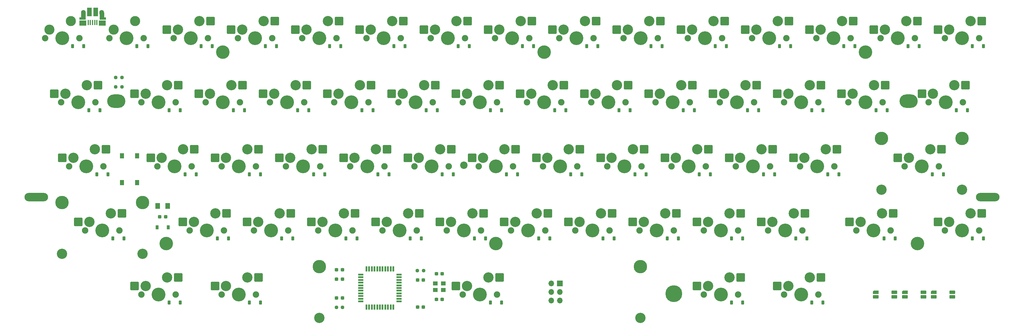
<source format=gbr>
%TF.GenerationSoftware,KiCad,Pcbnew,(6.0.1)*%
%TF.CreationDate,2022-02-05T13:44:02+09:00*%
%TF.ProjectId,yuiop60hh5,7975696f-7036-4306-9868-352e6b696361,5*%
%TF.SameCoordinates,Original*%
%TF.FileFunction,Soldermask,Bot*%
%TF.FilePolarity,Negative*%
%FSLAX46Y46*%
G04 Gerber Fmt 4.6, Leading zero omitted, Abs format (unit mm)*
G04 Created by KiCad (PCBNEW (6.0.1)) date 2022-02-05 13:44:02*
%MOMM*%
%LPD*%
G01*
G04 APERTURE LIST*
G04 Aperture macros list*
%AMRoundRect*
0 Rectangle with rounded corners*
0 $1 Rounding radius*
0 $2 $3 $4 $5 $6 $7 $8 $9 X,Y pos of 4 corners*
0 Add a 4 corners polygon primitive as box body*
4,1,4,$2,$3,$4,$5,$6,$7,$8,$9,$2,$3,0*
0 Add four circle primitives for the rounded corners*
1,1,$1+$1,$2,$3*
1,1,$1+$1,$4,$5*
1,1,$1+$1,$6,$7*
1,1,$1+$1,$8,$9*
0 Add four rect primitives between the rounded corners*
20,1,$1+$1,$2,$3,$4,$5,0*
20,1,$1+$1,$4,$5,$6,$7,0*
20,1,$1+$1,$6,$7,$8,$9,0*
20,1,$1+$1,$8,$9,$2,$3,0*%
%AMOutline5P*
0 Free polygon, 5 corners , with rotation*
0 The origin of the aperture is its center*
0 number of corners: always 5*
0 $1 to $10 corner X, Y*
0 $11 Rotation angle, in degrees counterclockwise*
0 create outline with 5 corners*
4,1,5,$1,$2,$3,$4,$5,$6,$7,$8,$9,$10,$1,$2,$11*%
%AMOutline6P*
0 Free polygon, 6 corners , with rotation*
0 The origin of the aperture is its center*
0 number of corners: always 6*
0 $1 to $12 corner X, Y*
0 $13 Rotation angle, in degrees counterclockwise*
0 create outline with 6 corners*
4,1,6,$1,$2,$3,$4,$5,$6,$7,$8,$9,$10,$11,$12,$1,$2,$13*%
%AMOutline7P*
0 Free polygon, 7 corners , with rotation*
0 The origin of the aperture is its center*
0 number of corners: always 7*
0 $1 to $14 corner X, Y*
0 $15 Rotation angle, in degrees counterclockwise*
0 create outline with 7 corners*
4,1,7,$1,$2,$3,$4,$5,$6,$7,$8,$9,$10,$11,$12,$13,$14,$1,$2,$15*%
%AMOutline8P*
0 Free polygon, 8 corners , with rotation*
0 The origin of the aperture is its center*
0 number of corners: always 8*
0 $1 to $16 corner X, Y*
0 $17 Rotation angle, in degrees counterclockwise*
0 create outline with 8 corners*
4,1,8,$1,$2,$3,$4,$5,$6,$7,$8,$9,$10,$11,$12,$13,$14,$15,$16,$1,$2,$17*%
G04 Aperture macros list end*
%ADD10RoundRect,0.200000X-0.650000X-0.300000X0.650000X-0.300000X0.650000X0.300000X-0.650000X0.300000X0*%
%ADD11Outline5P,-0.850000X0.170000X-0.520000X0.500000X0.850000X0.500000X0.850000X-0.500000X-0.850000X-0.500000X0.000000*%
%ADD12RoundRect,0.225000X-0.225000X-0.375000X0.225000X-0.375000X0.225000X0.375000X-0.225000X0.375000X0*%
%ADD13C,4.100000*%
%ADD14C,1.900000*%
%ADD15C,3.000000*%
%ADD16C,3.050000*%
%ADD17RoundRect,0.250000X-1.025000X-1.000000X1.025000X-1.000000X1.025000X1.000000X-1.025000X1.000000X0*%
%ADD18C,1.000000*%
%ADD19O,5.400000X4.000000*%
%ADD20C,5.000000*%
%ADD21C,2.200000*%
%ADD22O,7.000000X2.500000*%
%ADD23C,4.000000*%
%ADD24C,3.048000*%
%ADD25C,3.987800*%
%ADD26R,0.550000X1.500000*%
%ADD27R,1.500000X0.550000*%
%ADD28RoundRect,0.237500X0.300000X0.237500X-0.300000X0.237500X-0.300000X-0.237500X0.300000X-0.237500X0*%
%ADD29R,1.700000X1.700000*%
%ADD30O,1.700000X1.700000*%
%ADD31R,0.400000X1.650000*%
%ADD32R,2.000000X1.500000*%
%ADD33R,1.350000X2.000000*%
%ADD34R,1.430000X2.500000*%
%ADD35O,1.350000X1.700000*%
%ADD36O,1.100000X1.500000*%
%ADD37R,1.825000X0.700000*%
%ADD38R,1.300000X1.550000*%
%ADD39RoundRect,0.237500X0.250000X0.237500X-0.250000X0.237500X-0.250000X-0.237500X0.250000X-0.237500X0*%
%ADD40RoundRect,0.237500X-0.250000X-0.237500X0.250000X-0.237500X0.250000X0.237500X-0.250000X0.237500X0*%
%ADD41RoundRect,0.237500X-0.300000X-0.237500X0.300000X-0.237500X0.300000X0.237500X-0.300000X0.237500X0*%
%ADD42R,1.400000X1.200000*%
%ADD43R,0.900000X1.200000*%
%ADD44RoundRect,0.250000X0.462500X0.625000X-0.462500X0.625000X-0.462500X-0.625000X0.462500X-0.625000X0*%
G04 APERTURE END LIST*
D10*
%TO.C,LED1*%
X325860000Y-186141000D03*
X325860000Y-184741000D03*
D11*
X320360000Y-184741000D03*
D10*
X320360000Y-186141000D03*
%TD*%
%TO.C,LED2*%
X334427000Y-186141000D03*
X334427000Y-184741000D03*
D11*
X328927000Y-184741000D03*
D10*
X328927000Y-186141000D03*
%TD*%
D12*
%TO.C,D47*%
X182275000Y-168741250D03*
X185575000Y-168741250D03*
%TD*%
%TO.C,D44*%
X125125000Y-168741250D03*
X128425000Y-168741250D03*
%TD*%
%TO.C,D42*%
X337056250Y-149691250D03*
X340356250Y-149691250D03*
%TD*%
%TO.C,D35*%
X191800000Y-149691250D03*
X195100000Y-149691250D03*
%TD*%
%TO.C,D41*%
X306100000Y-149691250D03*
X309400000Y-149691250D03*
%TD*%
%TO.C,D40*%
X287050000Y-149691250D03*
X290350000Y-149691250D03*
%TD*%
%TO.C,D38*%
X248950000Y-149691250D03*
X252250000Y-149691250D03*
%TD*%
%TO.C,D49*%
X220375000Y-168741250D03*
X223675000Y-168741250D03*
%TD*%
%TO.C,D52*%
X277525000Y-168741250D03*
X280825000Y-168741250D03*
%TD*%
%TO.C,D59*%
X277525000Y-187791000D03*
X280825000Y-187791000D03*
%TD*%
%TO.C,D53*%
X296575000Y-168741250D03*
X299875000Y-168741250D03*
%TD*%
%TO.C,D58*%
X206087500Y-187791000D03*
X209387500Y-187791000D03*
%TD*%
%TO.C,D57*%
X134650000Y-187791000D03*
X137950000Y-187791000D03*
%TD*%
%TO.C,D50*%
X239425000Y-168741250D03*
X242725000Y-168741250D03*
%TD*%
%TO.C,D56*%
X110837500Y-187791000D03*
X114137500Y-187791000D03*
%TD*%
%TO.C,D43*%
X94168750Y-168741250D03*
X97468750Y-168741250D03*
%TD*%
%TO.C,D55*%
X348962500Y-168741250D03*
X352262500Y-168741250D03*
%TD*%
%TO.C,D54*%
X322768750Y-168741250D03*
X326068750Y-168741250D03*
%TD*%
%TO.C,D51*%
X258475000Y-168741250D03*
X261775000Y-168741250D03*
%TD*%
%TO.C,D46*%
X163225000Y-168741250D03*
X166525000Y-168741250D03*
%TD*%
%TO.C,D45*%
X144175000Y-168741250D03*
X147475000Y-168741250D03*
%TD*%
%TO.C,D39*%
X268000000Y-149691250D03*
X271300000Y-149691250D03*
%TD*%
%TO.C,D37*%
X229900000Y-149691250D03*
X233200000Y-149691250D03*
%TD*%
%TO.C,D30*%
X89406250Y-149691250D03*
X92706250Y-149691250D03*
%TD*%
%TO.C,D22*%
X206087500Y-130641250D03*
X209387500Y-130641250D03*
%TD*%
%TO.C,D15*%
X348962500Y-111591250D03*
X352262500Y-111591250D03*
%TD*%
%TO.C,D12*%
X291812500Y-111591250D03*
X295112500Y-111591250D03*
%TD*%
%TO.C,D21*%
X187037500Y-130641250D03*
X190337500Y-130641250D03*
%TD*%
%TO.C,D20*%
X167987500Y-130641250D03*
X171287500Y-130641250D03*
%TD*%
%TO.C,D3*%
X120362000Y-111591250D03*
X123662000Y-111591250D03*
%TD*%
%TO.C,D13*%
X310862500Y-111591250D03*
X314162500Y-111591250D03*
%TD*%
%TO.C,D27*%
X301337500Y-130641250D03*
X304637500Y-130641250D03*
%TD*%
%TO.C,D7*%
X196562500Y-111591250D03*
X199862500Y-111591250D03*
%TD*%
%TO.C,D5*%
X158462500Y-111591250D03*
X161762500Y-111591250D03*
%TD*%
%TO.C,D23*%
X225137500Y-130641250D03*
X228437500Y-130641250D03*
%TD*%
%TO.C,D25*%
X263237500Y-130641250D03*
X266537500Y-130641250D03*
%TD*%
%TO.C,D18*%
X129887500Y-130641250D03*
X133187500Y-130641250D03*
%TD*%
%TO.C,D31*%
X115600000Y-149691250D03*
X118900000Y-149691250D03*
%TD*%
%TO.C,D16*%
X87025000Y-130641250D03*
X90325000Y-130641250D03*
%TD*%
%TO.C,D24*%
X244187500Y-130641250D03*
X247487500Y-130641250D03*
%TD*%
%TO.C,D2*%
X101312500Y-111591250D03*
X104612500Y-111591250D03*
%TD*%
%TO.C,D19*%
X148937500Y-130641250D03*
X152237500Y-130641250D03*
%TD*%
%TO.C,D11*%
X272762500Y-111591250D03*
X276062500Y-111591250D03*
%TD*%
%TO.C,D1*%
X82262500Y-111591250D03*
X85562500Y-111591250D03*
%TD*%
%TO.C,D8*%
X215613000Y-111591250D03*
X218913000Y-111591250D03*
%TD*%
%TO.C,D10*%
X253712500Y-111591250D03*
X257012500Y-111591250D03*
%TD*%
%TO.C,D4*%
X139412500Y-111591250D03*
X142712500Y-111591250D03*
%TD*%
%TO.C,D32*%
X134650000Y-149691250D03*
X137950000Y-149691250D03*
%TD*%
%TO.C,D28*%
X320387500Y-130641250D03*
X323687500Y-130641250D03*
%TD*%
%TO.C,D26*%
X282287500Y-130641250D03*
X285587500Y-130641250D03*
%TD*%
%TO.C,D6*%
X177512500Y-111591250D03*
X180812500Y-111591250D03*
%TD*%
%TO.C,D14*%
X329912500Y-111591250D03*
X333212500Y-111591250D03*
%TD*%
%TO.C,D33*%
X153700000Y-149691250D03*
X157000000Y-149691250D03*
%TD*%
%TO.C,D34*%
X172750000Y-149691250D03*
X176050000Y-149691250D03*
%TD*%
%TO.C,D29*%
X344200000Y-130641250D03*
X347500000Y-130641250D03*
%TD*%
%TO.C,D17*%
X110837500Y-130641250D03*
X114137500Y-130641250D03*
%TD*%
%TO.C,D36*%
X210850000Y-149691250D03*
X214150000Y-149691250D03*
%TD*%
D13*
%TO.C,KSW1*%
X79150000Y-109210000D03*
D14*
X74070000Y-109210000D03*
X84230000Y-109210000D03*
D15*
X75340000Y-106670000D03*
X81690000Y-104130000D03*
%TD*%
D13*
%TO.C,KSW2*%
X98200000Y-109210000D03*
D14*
X103280000Y-109210000D03*
X93120000Y-109210000D03*
D15*
X94390000Y-106670000D03*
X100740000Y-104130000D03*
%TD*%
D16*
%TO.C,KSW3*%
X119790000Y-104130000D03*
D14*
X122330000Y-109210000D03*
D13*
X117250000Y-109210000D03*
D16*
X113440000Y-106670000D03*
D14*
X112170000Y-109210000D03*
D17*
X110165000Y-106670000D03*
D18*
X110165000Y-106670000D03*
X123092000Y-104130000D03*
D17*
X123092000Y-104130000D03*
%TD*%
D14*
%TO.C,KSW4*%
X141380000Y-109210000D03*
D16*
X138840000Y-104130000D03*
D14*
X131220000Y-109210000D03*
D16*
X132490000Y-106670000D03*
D13*
X136300000Y-109210000D03*
D18*
X129215000Y-106670000D03*
D17*
X129215000Y-106670000D03*
D18*
X142142000Y-104130000D03*
D17*
X142142000Y-104130000D03*
%TD*%
D16*
%TO.C,KSW5*%
X157890000Y-104130000D03*
D13*
X155350000Y-109210000D03*
D14*
X150270000Y-109210000D03*
D16*
X151540000Y-106670000D03*
D14*
X160430000Y-109210000D03*
D17*
X148265000Y-106670000D03*
D18*
X148265000Y-106670000D03*
X161192000Y-104130000D03*
D17*
X161192000Y-104130000D03*
%TD*%
D14*
%TO.C,KSW6*%
X179480000Y-109210000D03*
D16*
X170590000Y-106670000D03*
X176940000Y-104130000D03*
D14*
X169320000Y-109210000D03*
D13*
X174400000Y-109210000D03*
D17*
X167315000Y-106670000D03*
D18*
X167315000Y-106670000D03*
D17*
X180242000Y-104130000D03*
D18*
X180242000Y-104130000D03*
%TD*%
D13*
%TO.C,KSW7*%
X193450000Y-109210000D03*
D14*
X198530000Y-109210000D03*
X188370000Y-109210000D03*
D16*
X195990000Y-104130000D03*
X189640000Y-106670000D03*
D18*
X186365000Y-106670000D03*
D17*
X186365000Y-106670000D03*
X199292000Y-104130000D03*
D18*
X199292000Y-104130000D03*
%TD*%
D14*
%TO.C,KSW8*%
X207420000Y-109210000D03*
D16*
X208690000Y-106670000D03*
D14*
X217580000Y-109210000D03*
D16*
X215040000Y-104130000D03*
D13*
X212500000Y-109210000D03*
D18*
X205415000Y-106670000D03*
D17*
X205415000Y-106670000D03*
D18*
X218342000Y-104130000D03*
D17*
X218342000Y-104130000D03*
%TD*%
D14*
%TO.C,KSW9*%
X226470000Y-109210000D03*
D13*
X231550000Y-109210000D03*
D16*
X234090000Y-104130000D03*
D14*
X236630000Y-109210000D03*
D16*
X227740000Y-106670000D03*
D18*
X224465000Y-106670000D03*
D17*
X224465000Y-106670000D03*
X237392000Y-104130000D03*
D18*
X237392000Y-104130000D03*
%TD*%
D16*
%TO.C,KSW10*%
X246790000Y-106670000D03*
D14*
X245520000Y-109210000D03*
D16*
X253140000Y-104130000D03*
D14*
X255680000Y-109210000D03*
D13*
X250600000Y-109210000D03*
D18*
X243515000Y-106670000D03*
D17*
X243515000Y-106670000D03*
D18*
X256442000Y-104130000D03*
D17*
X256442000Y-104130000D03*
%TD*%
D16*
%TO.C,KSW11*%
X272190000Y-104130000D03*
D14*
X274730000Y-109210000D03*
D13*
X269650000Y-109210000D03*
D16*
X265840000Y-106670000D03*
D14*
X264570000Y-109210000D03*
D17*
X262565000Y-106670000D03*
D18*
X262565000Y-106670000D03*
X275492000Y-104130000D03*
D17*
X275492000Y-104130000D03*
%TD*%
D14*
%TO.C,KSW12*%
X293780000Y-109210000D03*
D16*
X284890000Y-106670000D03*
X291240000Y-104130000D03*
D14*
X283620000Y-109210000D03*
D13*
X288700000Y-109210000D03*
D17*
X281615000Y-106670000D03*
D18*
X281615000Y-106670000D03*
X294542000Y-104130000D03*
D17*
X294542000Y-104130000D03*
%TD*%
D13*
%TO.C,KSW14*%
X326800000Y-109210000D03*
D16*
X322990000Y-106670000D03*
D14*
X321720000Y-109210000D03*
X331880000Y-109210000D03*
D16*
X329340000Y-104130000D03*
D18*
X319715000Y-106670000D03*
D17*
X319715000Y-106670000D03*
D18*
X332642000Y-104130000D03*
D17*
X332642000Y-104130000D03*
%TD*%
D16*
%TO.C,KSW15*%
X348390000Y-104130000D03*
X342040000Y-106670000D03*
D14*
X350930000Y-109210000D03*
X340770000Y-109210000D03*
D13*
X345850000Y-109210000D03*
D18*
X338765000Y-106670000D03*
D17*
X338765000Y-106670000D03*
X351692000Y-104130000D03*
D18*
X351692000Y-104130000D03*
%TD*%
D13*
%TO.C,KSW16*%
X83912500Y-128260000D03*
D14*
X88992500Y-128260000D03*
D16*
X86452500Y-123180000D03*
D14*
X78832500Y-128260000D03*
D16*
X80102500Y-125720000D03*
D17*
X76827500Y-125720000D03*
D18*
X76827500Y-125720000D03*
D17*
X89754500Y-123180000D03*
D18*
X89754500Y-123180000D03*
%TD*%
D13*
%TO.C,KSW17*%
X107725000Y-128260000D03*
D16*
X110265000Y-123180000D03*
D14*
X112805000Y-128260000D03*
D16*
X103915000Y-125720000D03*
D14*
X102645000Y-128260000D03*
D17*
X100640000Y-125720000D03*
D18*
X100640000Y-125720000D03*
D17*
X113567000Y-123180000D03*
D18*
X113567000Y-123180000D03*
%TD*%
D13*
%TO.C,KSW18*%
X126775000Y-128260000D03*
D14*
X131855000Y-128260000D03*
D16*
X122965000Y-125720000D03*
X129315000Y-123180000D03*
D14*
X121695000Y-128260000D03*
D18*
X119690000Y-125720000D03*
D17*
X119690000Y-125720000D03*
X132617000Y-123180000D03*
D18*
X132617000Y-123180000D03*
%TD*%
D16*
%TO.C,KSW19*%
X142015000Y-125720000D03*
X148365000Y-123180000D03*
D14*
X150905000Y-128260000D03*
X140745000Y-128260000D03*
D13*
X145825000Y-128260000D03*
D18*
X138740000Y-125720000D03*
D17*
X138740000Y-125720000D03*
D18*
X151667000Y-123180000D03*
D17*
X151667000Y-123180000D03*
%TD*%
D13*
%TO.C,KSW20*%
X164875000Y-128260000D03*
D16*
X161065000Y-125720000D03*
D14*
X159795000Y-128260000D03*
D16*
X167415000Y-123180000D03*
D14*
X169955000Y-128260000D03*
D18*
X157790000Y-125720000D03*
D17*
X157790000Y-125720000D03*
X170717000Y-123180000D03*
D18*
X170717000Y-123180000D03*
%TD*%
D16*
%TO.C,KSW21*%
X186465000Y-123180000D03*
D14*
X189005000Y-128260000D03*
X178845000Y-128260000D03*
D13*
X183925000Y-128260000D03*
D16*
X180115000Y-125720000D03*
D18*
X176840000Y-125720000D03*
D17*
X176840000Y-125720000D03*
X189767000Y-123180000D03*
D18*
X189767000Y-123180000D03*
%TD*%
D16*
%TO.C,KSW22*%
X199165000Y-125720000D03*
D14*
X208055000Y-128260000D03*
D16*
X205515000Y-123180000D03*
D14*
X197895000Y-128260000D03*
D13*
X202975000Y-128260000D03*
D17*
X195890000Y-125720000D03*
D18*
X195890000Y-125720000D03*
D17*
X208817000Y-123180000D03*
D18*
X208817000Y-123180000D03*
%TD*%
D16*
%TO.C,KSW23*%
X218215000Y-125720000D03*
D14*
X216945000Y-128260000D03*
D13*
X222025000Y-128260000D03*
D14*
X227105000Y-128260000D03*
D16*
X224565000Y-123180000D03*
D17*
X214940000Y-125720000D03*
D18*
X214940000Y-125720000D03*
X227867000Y-123180000D03*
D17*
X227867000Y-123180000D03*
%TD*%
D16*
%TO.C,KSW24*%
X243615000Y-123180000D03*
D13*
X241075000Y-128260000D03*
D14*
X235995000Y-128260000D03*
D16*
X237265000Y-125720000D03*
D14*
X246155000Y-128260000D03*
D17*
X233990000Y-125720000D03*
D18*
X233990000Y-125720000D03*
D17*
X246917000Y-123180000D03*
D18*
X246917000Y-123180000D03*
%TD*%
D14*
%TO.C,KSW25*%
X265205000Y-128260000D03*
D16*
X262665000Y-123180000D03*
D13*
X260125000Y-128260000D03*
D14*
X255045000Y-128260000D03*
D16*
X256315000Y-125720000D03*
D18*
X253040000Y-125720000D03*
D17*
X253040000Y-125720000D03*
X265967000Y-123180000D03*
D18*
X265967000Y-123180000D03*
%TD*%
D16*
%TO.C,KSW26*%
X275365000Y-125720000D03*
X281715000Y-123180000D03*
D14*
X274095000Y-128260000D03*
D13*
X279175000Y-128260000D03*
D14*
X284255000Y-128260000D03*
D18*
X272090000Y-125720000D03*
D17*
X272090000Y-125720000D03*
D18*
X285017000Y-123180000D03*
D17*
X285017000Y-123180000D03*
%TD*%
D14*
%TO.C,KSW27*%
X293145000Y-128260000D03*
D16*
X300765000Y-123180000D03*
D13*
X298225000Y-128260000D03*
D16*
X294415000Y-125720000D03*
D14*
X303305000Y-128260000D03*
D18*
X291140000Y-125720000D03*
D17*
X291140000Y-125720000D03*
X304067000Y-123180000D03*
D18*
X304067000Y-123180000D03*
%TD*%
D14*
%TO.C,KSW28*%
X322355000Y-128260000D03*
D13*
X317275000Y-128260000D03*
D16*
X313465000Y-125720000D03*
D14*
X312195000Y-128260000D03*
D16*
X319815000Y-123180000D03*
D17*
X310190000Y-125720000D03*
D18*
X310190000Y-125720000D03*
D17*
X323117000Y-123180000D03*
D18*
X323117000Y-123180000D03*
%TD*%
D14*
%TO.C,KSW29*%
X336007000Y-128260000D03*
X346167000Y-128260000D03*
D16*
X343627000Y-123180000D03*
D13*
X341087000Y-128260000D03*
D16*
X337277000Y-125720000D03*
D18*
X334002000Y-125720000D03*
D17*
X334002000Y-125720000D03*
D18*
X346929000Y-123180000D03*
D17*
X346929000Y-123180000D03*
%TD*%
D13*
%TO.C,KSW30*%
X86293800Y-147310000D03*
D14*
X91373800Y-147310000D03*
X81213800Y-147310000D03*
D16*
X82483800Y-144770000D03*
X88833800Y-142230000D03*
D17*
X79208800Y-144770000D03*
D18*
X79208800Y-144770000D03*
D17*
X92135800Y-142230000D03*
D18*
X92135800Y-142230000D03*
%TD*%
D14*
%TO.C,KSW31*%
X107407000Y-147310000D03*
X117567000Y-147310000D03*
D16*
X115027000Y-142230000D03*
X108677000Y-144770000D03*
D13*
X112487000Y-147310000D03*
D18*
X105402000Y-144770000D03*
D17*
X105402000Y-144770000D03*
D18*
X118329000Y-142230000D03*
D17*
X118329000Y-142230000D03*
%TD*%
D16*
%TO.C,KSW32*%
X134077000Y-142230000D03*
D13*
X131537000Y-147310000D03*
D14*
X126457000Y-147310000D03*
D16*
X127727000Y-144770000D03*
D14*
X136617000Y-147310000D03*
D17*
X124452000Y-144770000D03*
D18*
X124452000Y-144770000D03*
D17*
X137379000Y-142230000D03*
D18*
X137379000Y-142230000D03*
%TD*%
D14*
%TO.C,KSW33*%
X145507000Y-147310000D03*
D16*
X146777000Y-144770000D03*
X153127000Y-142230000D03*
D13*
X150587000Y-147310000D03*
D14*
X155667000Y-147310000D03*
D18*
X143502000Y-144770000D03*
D17*
X143502000Y-144770000D03*
X156429000Y-142230000D03*
D18*
X156429000Y-142230000D03*
%TD*%
D14*
%TO.C,KSW34*%
X174717000Y-147310000D03*
D16*
X172177000Y-142230000D03*
X165827000Y-144770000D03*
D14*
X164557000Y-147310000D03*
D13*
X169637000Y-147310000D03*
D17*
X162552000Y-144770000D03*
D18*
X162552000Y-144770000D03*
X175479000Y-142230000D03*
D17*
X175479000Y-142230000D03*
%TD*%
D16*
%TO.C,KSW35*%
X191227000Y-142230000D03*
D14*
X183607000Y-147310000D03*
D13*
X188687000Y-147310000D03*
D14*
X193767000Y-147310000D03*
D16*
X184877000Y-144770000D03*
D17*
X181602000Y-144770000D03*
D18*
X181602000Y-144770000D03*
X194529000Y-142230000D03*
D17*
X194529000Y-142230000D03*
%TD*%
D13*
%TO.C,KSW36*%
X207737000Y-147310000D03*
D14*
X212817000Y-147310000D03*
D16*
X210277000Y-142230000D03*
D14*
X202657000Y-147310000D03*
D16*
X203927000Y-144770000D03*
D18*
X200652000Y-144770000D03*
D17*
X200652000Y-144770000D03*
D18*
X213579000Y-142230000D03*
D17*
X213579000Y-142230000D03*
%TD*%
D14*
%TO.C,KSW37*%
X231867000Y-147310000D03*
X221707000Y-147310000D03*
D16*
X222977000Y-144770000D03*
X229327000Y-142230000D03*
D13*
X226787000Y-147310000D03*
D18*
X219702000Y-144770000D03*
D17*
X219702000Y-144770000D03*
X232629000Y-142230000D03*
D18*
X232629000Y-142230000D03*
%TD*%
D14*
%TO.C,KSW38*%
X250917000Y-147310000D03*
D13*
X245837000Y-147310000D03*
D14*
X240757000Y-147310000D03*
D16*
X242027000Y-144770000D03*
X248377000Y-142230000D03*
D18*
X238752000Y-144770000D03*
D17*
X238752000Y-144770000D03*
X251679000Y-142230000D03*
D18*
X251679000Y-142230000D03*
%TD*%
D16*
%TO.C,KSW39*%
X267427000Y-142230000D03*
D14*
X259807000Y-147310000D03*
X269967000Y-147310000D03*
D16*
X261077000Y-144770000D03*
D13*
X264887000Y-147310000D03*
D17*
X257802000Y-144770000D03*
D18*
X257802000Y-144770000D03*
D17*
X270729000Y-142230000D03*
D18*
X270729000Y-142230000D03*
%TD*%
D14*
%TO.C,KSW40*%
X278857000Y-147310000D03*
D16*
X280127000Y-144770000D03*
D13*
X283937000Y-147310000D03*
D14*
X289017000Y-147310000D03*
D16*
X286477000Y-142230000D03*
D17*
X276852000Y-144770000D03*
D18*
X276852000Y-144770000D03*
X289779000Y-142230000D03*
D17*
X289779000Y-142230000D03*
%TD*%
D16*
%TO.C,KSW41*%
X305527000Y-142230000D03*
D14*
X297907000Y-147310000D03*
D16*
X299177000Y-144770000D03*
D14*
X308067000Y-147310000D03*
D13*
X302987000Y-147310000D03*
D17*
X295902000Y-144770000D03*
D18*
X295902000Y-144770000D03*
X308829000Y-142230000D03*
D17*
X308829000Y-142230000D03*
%TD*%
D16*
%TO.C,KSW42*%
X336484000Y-142230000D03*
X330134000Y-144770000D03*
D14*
X339024000Y-147310000D03*
D13*
X333944000Y-147310000D03*
D14*
X328864000Y-147310000D03*
D18*
X326859000Y-144770000D03*
D17*
X326859000Y-144770000D03*
X339786000Y-142230000D03*
D18*
X339786000Y-142230000D03*
%TD*%
D14*
%TO.C,KSW43*%
X96135700Y-166360000D03*
D16*
X93595700Y-161280000D03*
X87245700Y-163820000D03*
D13*
X91055700Y-166360000D03*
D14*
X85975700Y-166360000D03*
D18*
X83970700Y-163820000D03*
D17*
X83970700Y-163820000D03*
D18*
X96897700Y-161280000D03*
D17*
X96897700Y-161280000D03*
%TD*%
D14*
%TO.C,KSW44*%
X116933000Y-166360000D03*
D16*
X118203000Y-163820000D03*
D13*
X122013000Y-166360000D03*
D14*
X127093000Y-166360000D03*
D16*
X124553000Y-161280000D03*
D17*
X114928000Y-163820000D03*
D18*
X114928000Y-163820000D03*
D17*
X127855000Y-161280000D03*
D18*
X127855000Y-161280000D03*
%TD*%
D14*
%TO.C,KSW45*%
X146143000Y-166360000D03*
D13*
X141063000Y-166360000D03*
D16*
X137253000Y-163820000D03*
D14*
X135983000Y-166360000D03*
D16*
X143603000Y-161280000D03*
D17*
X133978000Y-163820000D03*
D18*
X133978000Y-163820000D03*
X146905000Y-161280000D03*
D17*
X146905000Y-161280000D03*
%TD*%
D14*
%TO.C,KSW46*%
X165193000Y-166360000D03*
D16*
X156303000Y-163820000D03*
X162653000Y-161280000D03*
D14*
X155033000Y-166360000D03*
D13*
X160113000Y-166360000D03*
D18*
X153028000Y-163820000D03*
D17*
X153028000Y-163820000D03*
D18*
X165955000Y-161280000D03*
D17*
X165955000Y-161280000D03*
%TD*%
D16*
%TO.C,KSW47*%
X175353000Y-163820000D03*
D14*
X174083000Y-166360000D03*
D16*
X181703000Y-161280000D03*
D13*
X179163000Y-166360000D03*
D14*
X184243000Y-166360000D03*
D18*
X172078000Y-163820000D03*
D17*
X172078000Y-163820000D03*
X185005000Y-161280000D03*
D18*
X185005000Y-161280000D03*
%TD*%
D14*
%TO.C,KSW50*%
X241393000Y-166360000D03*
X231233000Y-166360000D03*
D16*
X238853000Y-161280000D03*
X232503000Y-163820000D03*
D13*
X236313000Y-166360000D03*
D18*
X229228000Y-163820000D03*
D17*
X229228000Y-163820000D03*
X242155000Y-161280000D03*
D18*
X242155000Y-161280000D03*
%TD*%
D14*
%TO.C,KSW51*%
X250283000Y-166360000D03*
D13*
X255363000Y-166360000D03*
D14*
X260443000Y-166360000D03*
D16*
X257903000Y-161280000D03*
X251553000Y-163820000D03*
D18*
X248278000Y-163820000D03*
D17*
X248278000Y-163820000D03*
X261205000Y-161280000D03*
D18*
X261205000Y-161280000D03*
%TD*%
D16*
%TO.C,KSW52*%
X270603000Y-163820000D03*
X276953000Y-161280000D03*
D14*
X279493000Y-166360000D03*
D13*
X274413000Y-166360000D03*
D14*
X269333000Y-166360000D03*
D17*
X267328000Y-163820000D03*
D18*
X267328000Y-163820000D03*
X280255000Y-161280000D03*
D17*
X280255000Y-161280000D03*
%TD*%
D16*
%TO.C,KSW53*%
X289653000Y-163820000D03*
D13*
X293463000Y-166360000D03*
D16*
X296003000Y-161280000D03*
D14*
X298543000Y-166360000D03*
X288383000Y-166360000D03*
D18*
X286378000Y-163820000D03*
D17*
X286378000Y-163820000D03*
D18*
X299305000Y-161280000D03*
D17*
X299305000Y-161280000D03*
%TD*%
D14*
%TO.C,KSW54*%
X324736000Y-166360000D03*
D16*
X322196000Y-161280000D03*
D14*
X314576000Y-166360000D03*
D16*
X315846000Y-163820000D03*
D13*
X319656000Y-166360000D03*
D18*
X312571000Y-163820000D03*
D17*
X312571000Y-163820000D03*
D18*
X325498000Y-161280000D03*
D17*
X325498000Y-161280000D03*
%TD*%
D16*
%TO.C,KSW55*%
X342040000Y-163820000D03*
D14*
X340770000Y-166360000D03*
D16*
X348390000Y-161280000D03*
D13*
X345850000Y-166360000D03*
D14*
X350930000Y-166360000D03*
D17*
X338765000Y-163820000D03*
D18*
X338765000Y-163820000D03*
X351692000Y-161280000D03*
D17*
X351692000Y-161280000D03*
%TD*%
D16*
%TO.C,KSW56*%
X110265000Y-180330000D03*
D14*
X112805000Y-185410000D03*
D16*
X103915000Y-182870000D03*
D13*
X107725000Y-185410000D03*
D14*
X102645000Y-185410000D03*
D18*
X100640000Y-182870000D03*
D17*
X100640000Y-182870000D03*
X113567000Y-180330000D03*
D18*
X113567000Y-180330000D03*
%TD*%
D14*
%TO.C,KSW57*%
X126457000Y-185410000D03*
D16*
X127727000Y-182870000D03*
D14*
X136617000Y-185410000D03*
D13*
X131537000Y-185410000D03*
D16*
X134077000Y-180330000D03*
D17*
X124452000Y-182870000D03*
D18*
X124452000Y-182870000D03*
D17*
X137379000Y-180330000D03*
D18*
X137379000Y-180330000D03*
%TD*%
D14*
%TO.C,KSW58*%
X208055000Y-185410000D03*
X197895000Y-185410000D03*
D13*
X202975000Y-185410000D03*
D16*
X205515000Y-180330000D03*
X199165000Y-182870000D03*
D17*
X195890000Y-182870000D03*
D18*
X195890000Y-182870000D03*
D17*
X208817000Y-180330000D03*
D18*
X208817000Y-180330000D03*
%TD*%
D16*
%TO.C,KSW60*%
X300765000Y-180330000D03*
D13*
X298225000Y-185410000D03*
D16*
X294415000Y-182870000D03*
D14*
X303305000Y-185410000D03*
X293145000Y-185410000D03*
D17*
X291140000Y-182870000D03*
D18*
X291140000Y-182870000D03*
D17*
X304067000Y-180330000D03*
D18*
X304067000Y-180330000D03*
%TD*%
D19*
%TO.C,HOLE1*%
X95200000Y-127900000D03*
%TD*%
%TO.C,HOLE2*%
X330050000Y-127910000D03*
%TD*%
D20*
%TO.C,HOLE4*%
X260500000Y-185200000D03*
%TD*%
D21*
%TO.C,HOLE3*%
X198200000Y-147000000D03*
%TD*%
D22*
%TO.C,HOLE5*%
X71460000Y-156500000D03*
%TD*%
%TO.C,HOLE6*%
X353540000Y-156500000D03*
%TD*%
D23*
%TO.C,HOLE9*%
X317275000Y-113400000D03*
%TD*%
%TO.C,HOLE10*%
X332650000Y-170300000D03*
%TD*%
%TO.C,HOLE11*%
X222025000Y-113400000D03*
%TD*%
D24*
%TO.C,STB1*%
X102993700Y-173345000D03*
D25*
X102993700Y-158105000D03*
X79117700Y-158105000D03*
D24*
X79117700Y-173345000D03*
%TD*%
D25*
%TO.C,STB3*%
X345882000Y-139055000D03*
X322006000Y-139055000D03*
D24*
X322006000Y-154295000D03*
X345882000Y-154295000D03*
%TD*%
D10*
%TO.C,LED3*%
X342993000Y-186141000D03*
X342993000Y-184741000D03*
D11*
X337493000Y-184741000D03*
D10*
X337493000Y-186141000D03*
%TD*%
D12*
%TO.C,D60*%
X301337500Y-187791250D03*
X304637500Y-187791250D03*
%TD*%
%TO.C,D48*%
X201325000Y-168741250D03*
X204625000Y-168741250D03*
%TD*%
%TO.C,D9*%
X234662500Y-111591250D03*
X237962500Y-111591250D03*
%TD*%
D23*
%TO.C,HOLE7*%
X126775000Y-113400000D03*
%TD*%
D14*
%TO.C,KSW13*%
X302670000Y-109210000D03*
D13*
X307750000Y-109210000D03*
D16*
X310290000Y-104130000D03*
X303940000Y-106670000D03*
D14*
X312830000Y-109210000D03*
D18*
X300665000Y-106670000D03*
D17*
X300665000Y-106670000D03*
D18*
X313592000Y-104130000D03*
D17*
X313592000Y-104130000D03*
%TD*%
D14*
%TO.C,KSW59*%
X279493000Y-185410000D03*
D16*
X276953000Y-180330000D03*
D13*
X274413000Y-185410000D03*
D14*
X269333000Y-185410000D03*
D16*
X270603000Y-182870000D03*
D18*
X267328000Y-182870000D03*
D17*
X267328000Y-182870000D03*
X280255000Y-180330000D03*
D18*
X280255000Y-180330000D03*
%TD*%
D24*
%TO.C,STB2*%
X155412000Y-192395000D03*
X250538000Y-192395000D03*
D25*
X155412000Y-177155000D03*
X250538000Y-177155000D03*
%TD*%
D23*
%TO.C,HOLE12*%
X207738000Y-170300000D03*
%TD*%
D14*
%TO.C,KSW48*%
X203293000Y-166360000D03*
X193133000Y-166360000D03*
D13*
X198213000Y-166360000D03*
D16*
X194403000Y-163820000D03*
X200753000Y-161280000D03*
D17*
X191128000Y-163820000D03*
D18*
X191128000Y-163820000D03*
D17*
X204055000Y-161280000D03*
D18*
X204055000Y-161280000D03*
%TD*%
D14*
%TO.C,KSW49*%
X222343000Y-166360000D03*
D16*
X213453000Y-163820000D03*
D13*
X217263000Y-166360000D03*
D16*
X219803000Y-161280000D03*
D14*
X212183000Y-166360000D03*
D17*
X210178000Y-163820000D03*
D18*
X210178000Y-163820000D03*
X223105000Y-161280000D03*
D17*
X223105000Y-161280000D03*
%TD*%
D23*
%TO.C,HOLE8*%
X110000000Y-170300000D03*
%TD*%
D26*
%TO.C,U1*%
X169343000Y-177774000D03*
X170143000Y-177774000D03*
X170943000Y-177774000D03*
X171743000Y-177774000D03*
X172543000Y-177774000D03*
X173343000Y-177774000D03*
X174143000Y-177774000D03*
X174943000Y-177774000D03*
X175743000Y-177774000D03*
X176543000Y-177774000D03*
X177343000Y-177774000D03*
D27*
X179043000Y-179474000D03*
X179043000Y-180274000D03*
X179043000Y-181074000D03*
X179043000Y-181874000D03*
X179043000Y-182674000D03*
X179043000Y-183474000D03*
X179043000Y-184274000D03*
X179043000Y-185074000D03*
X179043000Y-185874000D03*
X179043000Y-186674000D03*
X179043000Y-187474000D03*
D26*
X177343000Y-189174000D03*
X176543000Y-189174000D03*
X175743000Y-189174000D03*
X174943000Y-189174000D03*
X174143000Y-189174000D03*
X173343000Y-189174000D03*
X172543000Y-189174000D03*
X171743000Y-189174000D03*
X170943000Y-189174000D03*
X170143000Y-189174000D03*
X169343000Y-189174000D03*
D27*
X167643000Y-187474000D03*
X167643000Y-186674000D03*
X167643000Y-185874000D03*
X167643000Y-185074000D03*
X167643000Y-184274000D03*
X167643000Y-183474000D03*
X167643000Y-182674000D03*
X167643000Y-181874000D03*
X167643000Y-181074000D03*
X167643000Y-180274000D03*
X167643000Y-179474000D03*
%TD*%
D28*
%TO.C,C2*%
X191805500Y-186874000D03*
X190080500Y-186874000D03*
%TD*%
D29*
%TO.C,J2*%
X226701000Y-182140000D03*
D30*
X224161000Y-182140000D03*
X226701000Y-184680000D03*
X224161000Y-184680000D03*
X226701000Y-187220000D03*
X224161000Y-187220000D03*
%TD*%
D31*
%TO.C,J1*%
X86875000Y-104600000D03*
X87525000Y-104600000D03*
X88175000Y-104600000D03*
X88825000Y-104600000D03*
X89475000Y-104600000D03*
D32*
X85325000Y-104700000D03*
D33*
X85445000Y-102650000D03*
D34*
X89135000Y-101450000D03*
D35*
X90905000Y-101720000D03*
D32*
X91075000Y-104720000D03*
D34*
X87215000Y-101450000D03*
D36*
X85755000Y-104720000D03*
D33*
X90925000Y-102650000D03*
D36*
X90595000Y-104720000D03*
D37*
X91175000Y-103400000D03*
X85225000Y-103400000D03*
D35*
X85445000Y-101720000D03*
%TD*%
D38*
%TO.C,RSW1*%
X101400000Y-152175000D03*
X101400000Y-144225000D03*
X96900000Y-144225000D03*
X96900000Y-152175000D03*
%TD*%
D39*
%TO.C,R1*%
X186255500Y-178274000D03*
X184430500Y-178274000D03*
%TD*%
D40*
%TO.C,R2*%
X160430500Y-189274000D03*
X162255500Y-189274000D03*
%TD*%
D41*
%TO.C,C4*%
X184480500Y-181074000D03*
X186205500Y-181074000D03*
%TD*%
%TO.C,C1*%
X190080500Y-179274000D03*
X191805500Y-179274000D03*
%TD*%
D42*
%TO.C,X1*%
X189743000Y-182143000D03*
X192143000Y-182143000D03*
X192143000Y-184043000D03*
X189743000Y-184043000D03*
%TD*%
D28*
%TO.C,C6*%
X162205500Y-180874000D03*
X160480500Y-180874000D03*
%TD*%
%TO.C,C7*%
X109805500Y-162274000D03*
X108080500Y-162274000D03*
%TD*%
D43*
%TO.C,D0*%
X110593000Y-165474000D03*
X107293000Y-165474000D03*
%TD*%
D39*
%TO.C,R4*%
X96855500Y-123674000D03*
X95030500Y-123674000D03*
%TD*%
%TO.C,R3*%
X96855500Y-120874000D03*
X95030500Y-120874000D03*
%TD*%
D44*
%TO.C,F1*%
X110430500Y-159074000D03*
X107455500Y-159074000D03*
%TD*%
D41*
%TO.C,C8*%
X160480500Y-178074000D03*
X162205500Y-178074000D03*
%TD*%
D28*
%TO.C,C5*%
X162205500Y-186474000D03*
X160480500Y-186474000D03*
%TD*%
D41*
%TO.C,C3*%
X184480500Y-189189000D03*
X186205500Y-189189000D03*
%TD*%
M02*

</source>
